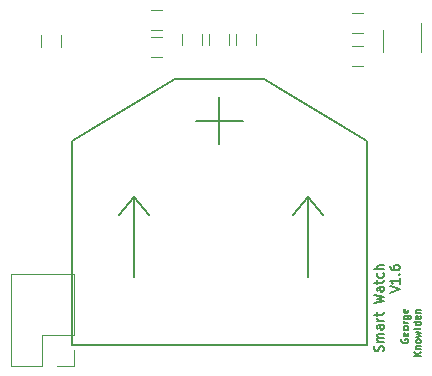
<source format=gbr>
G04 #@! TF.FileFunction,Legend,Top*
%FSLAX46Y46*%
G04 Gerber Fmt 4.6, Leading zero omitted, Abs format (unit mm)*
G04 Created by KiCad (PCBNEW 4.0.5) date 08/11/17 18:39:36*
%MOMM*%
%LPD*%
G01*
G04 APERTURE LIST*
%ADD10C,0.100000*%
%ADD11C,0.150000*%
%ADD12C,0.120000*%
G04 APERTURE END LIST*
D10*
D11*
X161481000Y-77558572D02*
X161452429Y-77615715D01*
X161452429Y-77701429D01*
X161481000Y-77787144D01*
X161538143Y-77844286D01*
X161595286Y-77872858D01*
X161709571Y-77901429D01*
X161795286Y-77901429D01*
X161909571Y-77872858D01*
X161966714Y-77844286D01*
X162023857Y-77787144D01*
X162052429Y-77701429D01*
X162052429Y-77644286D01*
X162023857Y-77558572D01*
X161995286Y-77530001D01*
X161795286Y-77530001D01*
X161795286Y-77644286D01*
X162023857Y-77044286D02*
X162052429Y-77101429D01*
X162052429Y-77215715D01*
X162023857Y-77272858D01*
X161966714Y-77301429D01*
X161738143Y-77301429D01*
X161681000Y-77272858D01*
X161652429Y-77215715D01*
X161652429Y-77101429D01*
X161681000Y-77044286D01*
X161738143Y-77015715D01*
X161795286Y-77015715D01*
X161852429Y-77301429D01*
X162052429Y-76672858D02*
X162023857Y-76730000D01*
X161995286Y-76758572D01*
X161938143Y-76787143D01*
X161766714Y-76787143D01*
X161709571Y-76758572D01*
X161681000Y-76730000D01*
X161652429Y-76672858D01*
X161652429Y-76587143D01*
X161681000Y-76530000D01*
X161709571Y-76501429D01*
X161766714Y-76472858D01*
X161938143Y-76472858D01*
X161995286Y-76501429D01*
X162023857Y-76530000D01*
X162052429Y-76587143D01*
X162052429Y-76672858D01*
X162052429Y-76215715D02*
X161652429Y-76215715D01*
X161766714Y-76215715D02*
X161709571Y-76187143D01*
X161681000Y-76158572D01*
X161652429Y-76101429D01*
X161652429Y-76044286D01*
X161652429Y-75587143D02*
X162138143Y-75587143D01*
X162195286Y-75615714D01*
X162223857Y-75644286D01*
X162252429Y-75701429D01*
X162252429Y-75787143D01*
X162223857Y-75844286D01*
X162023857Y-75587143D02*
X162052429Y-75644286D01*
X162052429Y-75758572D01*
X162023857Y-75815714D01*
X161995286Y-75844286D01*
X161938143Y-75872857D01*
X161766714Y-75872857D01*
X161709571Y-75844286D01*
X161681000Y-75815714D01*
X161652429Y-75758572D01*
X161652429Y-75644286D01*
X161681000Y-75587143D01*
X162023857Y-75072857D02*
X162052429Y-75130000D01*
X162052429Y-75244286D01*
X162023857Y-75301429D01*
X161966714Y-75330000D01*
X161738143Y-75330000D01*
X161681000Y-75301429D01*
X161652429Y-75244286D01*
X161652429Y-75130000D01*
X161681000Y-75072857D01*
X161738143Y-75044286D01*
X161795286Y-75044286D01*
X161852429Y-75330000D01*
X163102429Y-79015714D02*
X162502429Y-79015714D01*
X163102429Y-78672857D02*
X162759571Y-78930000D01*
X162502429Y-78672857D02*
X162845286Y-79015714D01*
X162702429Y-78415714D02*
X163102429Y-78415714D01*
X162759571Y-78415714D02*
X162731000Y-78387142D01*
X162702429Y-78330000D01*
X162702429Y-78244285D01*
X162731000Y-78187142D01*
X162788143Y-78158571D01*
X163102429Y-78158571D01*
X163102429Y-77787143D02*
X163073857Y-77844285D01*
X163045286Y-77872857D01*
X162988143Y-77901428D01*
X162816714Y-77901428D01*
X162759571Y-77872857D01*
X162731000Y-77844285D01*
X162702429Y-77787143D01*
X162702429Y-77701428D01*
X162731000Y-77644285D01*
X162759571Y-77615714D01*
X162816714Y-77587143D01*
X162988143Y-77587143D01*
X163045286Y-77615714D01*
X163073857Y-77644285D01*
X163102429Y-77701428D01*
X163102429Y-77787143D01*
X162702429Y-77387143D02*
X163102429Y-77272857D01*
X162816714Y-77158571D01*
X163102429Y-77044286D01*
X162702429Y-76930000D01*
X163102429Y-76615715D02*
X163073857Y-76672857D01*
X163016714Y-76701429D01*
X162502429Y-76701429D01*
X163102429Y-76130000D02*
X162502429Y-76130000D01*
X163073857Y-76130000D02*
X163102429Y-76187143D01*
X163102429Y-76301429D01*
X163073857Y-76358571D01*
X163045286Y-76387143D01*
X162988143Y-76415714D01*
X162816714Y-76415714D01*
X162759571Y-76387143D01*
X162731000Y-76358571D01*
X162702429Y-76301429D01*
X162702429Y-76187143D01*
X162731000Y-76130000D01*
X163073857Y-75615714D02*
X163102429Y-75672857D01*
X163102429Y-75787143D01*
X163073857Y-75844286D01*
X163016714Y-75872857D01*
X162788143Y-75872857D01*
X162731000Y-75844286D01*
X162702429Y-75787143D01*
X162702429Y-75672857D01*
X162731000Y-75615714D01*
X162788143Y-75587143D01*
X162845286Y-75587143D01*
X162902429Y-75872857D01*
X162702429Y-75330000D02*
X163102429Y-75330000D01*
X162759571Y-75330000D02*
X162731000Y-75301428D01*
X162702429Y-75244286D01*
X162702429Y-75158571D01*
X162731000Y-75101428D01*
X162788143Y-75072857D01*
X163102429Y-75072857D01*
X159922810Y-78586669D02*
X159960905Y-78472383D01*
X159960905Y-78281907D01*
X159922810Y-78205717D01*
X159884714Y-78167621D01*
X159808524Y-78129526D01*
X159732333Y-78129526D01*
X159656143Y-78167621D01*
X159618048Y-78205717D01*
X159579952Y-78281907D01*
X159541857Y-78434288D01*
X159503762Y-78510479D01*
X159465667Y-78548574D01*
X159389476Y-78586669D01*
X159313286Y-78586669D01*
X159237095Y-78548574D01*
X159199000Y-78510479D01*
X159160905Y-78434288D01*
X159160905Y-78243812D01*
X159199000Y-78129526D01*
X159960905Y-77786669D02*
X159427571Y-77786669D01*
X159503762Y-77786669D02*
X159465667Y-77748574D01*
X159427571Y-77672383D01*
X159427571Y-77558097D01*
X159465667Y-77481907D01*
X159541857Y-77443812D01*
X159960905Y-77443812D01*
X159541857Y-77443812D02*
X159465667Y-77405716D01*
X159427571Y-77329526D01*
X159427571Y-77215240D01*
X159465667Y-77139050D01*
X159541857Y-77100955D01*
X159960905Y-77100955D01*
X159960905Y-76377145D02*
X159541857Y-76377145D01*
X159465667Y-76415240D01*
X159427571Y-76491430D01*
X159427571Y-76643811D01*
X159465667Y-76720002D01*
X159922810Y-76377145D02*
X159960905Y-76453335D01*
X159960905Y-76643811D01*
X159922810Y-76720002D01*
X159846619Y-76758097D01*
X159770429Y-76758097D01*
X159694238Y-76720002D01*
X159656143Y-76643811D01*
X159656143Y-76453335D01*
X159618048Y-76377145D01*
X159960905Y-75996192D02*
X159427571Y-75996192D01*
X159579952Y-75996192D02*
X159503762Y-75958097D01*
X159465667Y-75920001D01*
X159427571Y-75843811D01*
X159427571Y-75767620D01*
X159427571Y-75615240D02*
X159427571Y-75310478D01*
X159160905Y-75500954D02*
X159846619Y-75500954D01*
X159922810Y-75462859D01*
X159960905Y-75386668D01*
X159960905Y-75310478D01*
X159160905Y-74510477D02*
X159960905Y-74320001D01*
X159389476Y-74167620D01*
X159960905Y-74015239D01*
X159160905Y-73824763D01*
X159960905Y-73177144D02*
X159541857Y-73177144D01*
X159465667Y-73215239D01*
X159427571Y-73291429D01*
X159427571Y-73443810D01*
X159465667Y-73520001D01*
X159922810Y-73177144D02*
X159960905Y-73253334D01*
X159960905Y-73443810D01*
X159922810Y-73520001D01*
X159846619Y-73558096D01*
X159770429Y-73558096D01*
X159694238Y-73520001D01*
X159656143Y-73443810D01*
X159656143Y-73253334D01*
X159618048Y-73177144D01*
X159427571Y-72910477D02*
X159427571Y-72605715D01*
X159160905Y-72796191D02*
X159846619Y-72796191D01*
X159922810Y-72758096D01*
X159960905Y-72681905D01*
X159960905Y-72605715D01*
X159922810Y-71996191D02*
X159960905Y-72072381D01*
X159960905Y-72224762D01*
X159922810Y-72300953D01*
X159884714Y-72339048D01*
X159808524Y-72377143D01*
X159579952Y-72377143D01*
X159503762Y-72339048D01*
X159465667Y-72300953D01*
X159427571Y-72224762D01*
X159427571Y-72072381D01*
X159465667Y-71996191D01*
X159960905Y-71653334D02*
X159160905Y-71653334D01*
X159960905Y-71310477D02*
X159541857Y-71310477D01*
X159465667Y-71348572D01*
X159427571Y-71424762D01*
X159427571Y-71539048D01*
X159465667Y-71615239D01*
X159503762Y-71653334D01*
X160510905Y-73634286D02*
X161310905Y-73367619D01*
X160510905Y-73100952D01*
X161310905Y-72415238D02*
X161310905Y-72872381D01*
X161310905Y-72643810D02*
X160510905Y-72643810D01*
X160625190Y-72720000D01*
X160701381Y-72796191D01*
X160739476Y-72872381D01*
X161234714Y-72072381D02*
X161272810Y-72034286D01*
X161310905Y-72072381D01*
X161272810Y-72110476D01*
X161234714Y-72072381D01*
X161310905Y-72072381D01*
X160510905Y-71348572D02*
X160510905Y-71500953D01*
X160549000Y-71577143D01*
X160587095Y-71615238D01*
X160701381Y-71691429D01*
X160853762Y-71729524D01*
X161158524Y-71729524D01*
X161234714Y-71691429D01*
X161272810Y-71653334D01*
X161310905Y-71577143D01*
X161310905Y-71424762D01*
X161272810Y-71348572D01*
X161234714Y-71310476D01*
X161158524Y-71272381D01*
X160968048Y-71272381D01*
X160891857Y-71310476D01*
X160853762Y-71348572D01*
X160815667Y-71424762D01*
X160815667Y-71577143D01*
X160853762Y-71653334D01*
X160891857Y-71691429D01*
X160968048Y-71729524D01*
X133550000Y-78072000D02*
X158550000Y-78072000D01*
X133550000Y-65572000D02*
X133550000Y-78072000D01*
X158550000Y-65572000D02*
X158550000Y-78072000D01*
X138800000Y-72322000D02*
X138800000Y-65572000D01*
X138800000Y-65572000D02*
X137550000Y-67072000D01*
X140050000Y-67072000D02*
X138800000Y-65572000D01*
X154800000Y-67072000D02*
X153550000Y-65572000D01*
X153550000Y-65572000D02*
X152300000Y-67072000D01*
X153550000Y-72322000D02*
X153550000Y-65572000D01*
X146050000Y-57072000D02*
X146050000Y-61072000D01*
X144050000Y-59072000D02*
X148050000Y-59072000D01*
X133550000Y-60822000D02*
X133550000Y-65572000D01*
X133550000Y-60822000D02*
X142300000Y-55572000D01*
X158550000Y-60822000D02*
X158550000Y-65572000D01*
X149800000Y-55572000D02*
X158550000Y-60822000D01*
X146050000Y-55572000D02*
X142300000Y-55572000D01*
X146050000Y-55572000D02*
X149800000Y-55572000D01*
D12*
X133724000Y-77216000D02*
X133724000Y-72016000D01*
X133724000Y-72016000D02*
X128404000Y-72016000D01*
X128404000Y-72016000D02*
X128404000Y-79876000D01*
X128404000Y-79876000D02*
X131064000Y-79876000D01*
X131064000Y-79876000D02*
X131064000Y-77216000D01*
X131064000Y-77216000D02*
X133724000Y-77216000D01*
X133724000Y-78486000D02*
X133724000Y-79876000D01*
X133724000Y-79876000D02*
X132334000Y-79876000D01*
X159934000Y-51424000D02*
X159934000Y-53224000D01*
X163154000Y-53224000D02*
X163154000Y-50774000D01*
X157234000Y-54444000D02*
X158234000Y-54444000D01*
X158234000Y-52744000D02*
X157234000Y-52744000D01*
X157234000Y-51650000D02*
X158234000Y-51650000D01*
X158234000Y-49950000D02*
X157234000Y-49950000D01*
X142914000Y-51697000D02*
X142914000Y-52697000D01*
X144614000Y-52697000D02*
X144614000Y-51697000D01*
X145200000Y-51697000D02*
X145200000Y-52697000D01*
X146900000Y-52697000D02*
X146900000Y-51697000D01*
X147486000Y-51697000D02*
X147486000Y-52697000D01*
X149186000Y-52697000D02*
X149186000Y-51697000D01*
X132676000Y-52824000D02*
X132676000Y-51824000D01*
X130976000Y-51824000D02*
X130976000Y-52824000D01*
X140216000Y-51396000D02*
X141216000Y-51396000D01*
X141216000Y-49696000D02*
X140216000Y-49696000D01*
X140216000Y-53682000D02*
X141216000Y-53682000D01*
X141216000Y-51982000D02*
X140216000Y-51982000D01*
M02*

</source>
